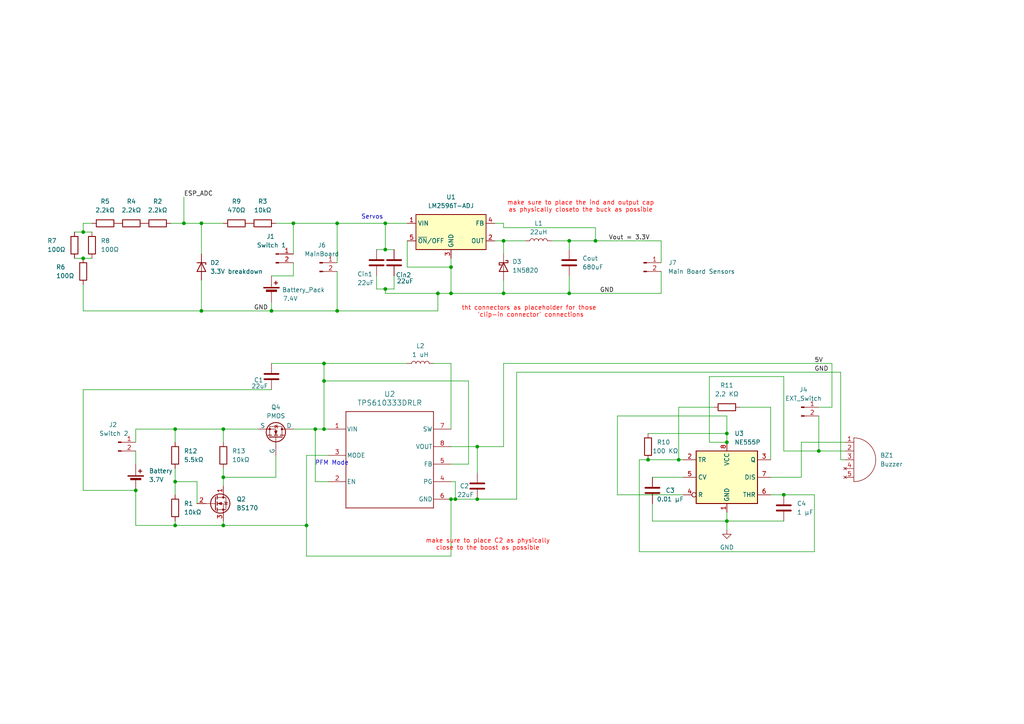
<source format=kicad_sch>
(kicad_sch (version 20231120) (generator "eeschema") (generator_version "8.0")
  (paper "A4")
  (lib_symbols
    (symbol "Connector:Conn_01x02_Pin" (pin_names (offset 1.016) hide)
      (property "Reference" "J" (at 0 2.54 0))
      (property "Value" "Conn_01x02_Pin" (at 0 -5.08 0))
      (symbol "Conn_01x02_Pin_1_1"
        (polyline (pts (xy 1.27 -2.54) (xy 0.8636 -2.54)) (stroke (width 0.1524)))
        (polyline (pts (xy 1.27 0) (xy 0.8636 0)) (stroke (width 0.1524)))
        (rectangle (start 0.8636 -2.413) (end 0 -2.667) (stroke (width 0.1524)) (fill (type outline)))
        (rectangle (start 0.8636 0.127) (end 0 -0.127) (stroke (width 0.1524)) (fill (type outline)))
        (pin passive line (at 5.08 0 180) (length 3.81) (name "Pin_1") (number "1"))
        (pin passive line (at 5.08 -2.54 180) (length 3.81) (name "Pin_2") (number "2"))
      )
    )
    (symbol "Device:Battery_Cell" (pin_numbers hide) (pin_names (offset 0) hide)
      (property "Reference" "BT" (at 2.54 2.54 0))
      (property "Value" "Battery_Cell" (at 2.54 0 0))
      (symbol "Battery_Cell_0_1"
        (rectangle (start -2.286 1.778) (end 2.286 1.524) (fill (type outline)))
        (rectangle (start -1.524 1.016) (end 1.524 0.508) (fill (type outline)))
        (polyline (pts (xy 0 0.762) (xy 0 0)))
        (polyline (pts (xy 0 1.778) (xy 0 2.54)))
        (polyline (pts (xy 0.762 3.048) (xy 1.778 3.048)) (stroke (width 0.254)))
        (polyline (pts (xy 1.27 3.556) (xy 1.27 2.54)) (stroke (width 0.254)))
      )
      (symbol "Battery_Cell_1_1"
        (pin passive line (at 0 5.08 270) (length 2.54) (name "+") (number "1"))
        (pin passive line (at 0 -2.54 90) (length 2.54) (name "-") (number "2"))
      )
    )
    (symbol "Device:Buzzer" (pin_names (offset 0.0254) hide)
      (property "Reference" "BZ1" (at 7.62 -1.27 0))
      (property "Value" "Buzzer" (at 7.62 -3.81 0))
      (symbol "Buzzer_0_1"
        (arc (start 0 -8.89) (mid 6.35 -2.54) (end 0 3.81))
        (polyline (pts (xy 0 3.81) (xy 0 -8.89)))
      )
      (symbol "Buzzer_1_1"
        (pin passive line (at -2.54 2.54 0) (length 2.54) (name "Aux") (number "1"))
        (pin power_in line (at -2.54 0 0) (length 2.54) (name "5V") (number "2"))
        (pin power_in line (at -2.54 -2.54 0) (length 2.54) (name "G") (number "3"))
        (pin no_connect line (at -2.54 -5.08 0) (length 2.54) (name "B") (number "4"))
        (pin no_connect line (at -2.54 -7.62 0) (length 2.54) (name "") (number "5"))
      )
    )
    (symbol "Device:C" (pin_numbers hide) (pin_names (offset 0.254))
      (property "Reference" "C" (at 0.635 2.54 0))
      (property "Value" "C" (at 0.635 -2.54 0))
      (symbol "C_0_1"
        (polyline (pts (xy -2.032 -0.762) (xy 2.032 -0.762)) (stroke (width 0.508)))
        (polyline (pts (xy -2.032 0.762) (xy 2.032 0.762)) (stroke (width 0.508)))
      )
      (symbol "C_1_1"
        (pin passive line (at 0 3.81 270) (length 2.794) (name "~") (number "1"))
        (pin passive line (at 0 -3.81 90) (length 2.794) (name "~") (number "2"))
      )
    )
    (symbol "Device:D_Schottky" (pin_numbers hide) (pin_names (offset 1.016) hide)
      (property "Reference" "D" (at 0 2.54 0))
      (property "Value" "D_Schottky" (at 0 -2.54 0))
      (symbol "D_Schottky_0_1"
        (polyline (pts (xy 1.27 0) (xy -1.27 0)))
        (polyline (pts (xy 1.27 1.27) (xy 1.27 -1.27) (xy -1.27 0) (xy 1.27 1.27)) (stroke (width 0.254)))
        (polyline (pts (xy -1.905 0.635) (xy -1.905 1.27) (xy -1.27 1.27) (xy -1.27 -1.27) (xy -0.635 -1.27) (xy -0.635 -0.635)) (stroke (width 0.254)))
      )
      (symbol "D_Schottky_1_1"
        (pin passive line (at -3.81 0 0) (length 2.54) (name "K") (number "1"))
        (pin passive line (at 3.81 0 180) (length 2.54) (name "A") (number "2"))
      )
    )
    (symbol "Device:L" (pin_numbers hide) (pin_names (offset 1.016) hide)
      (property "Reference" "L" (at -1.27 0 90))
      (property "Value" "L" (at 1.905 0 90))
      (symbol "L_0_1"
        (arc (start 0 -2.54) (mid 0.6323 -1.905) (end 0 -1.27))
        (arc (start 0 -1.27) (mid 0.6323 -0.635) (end 0 0))
        (arc (start 0 0) (mid 0.6323 0.635) (end 0 1.27))
        (arc (start 0 1.27) (mid 0.6323 1.905) (end 0 2.54))
      )
      (symbol "L_1_1"
        (pin passive line (at 0 3.81 270) (length 1.27) (name "1") (number "1"))
        (pin passive line (at 0 -3.81 90) (length 1.27) (name "2") (number "2"))
      )
    )
    (symbol "Device:R" (pin_numbers hide) (pin_names (offset 0))
      (property "Reference" "R" (at 2.032 0 90))
      (property "Value" "R" (at 0 0 90))
      (symbol "R_0_1"
        (rectangle (start -1.016 -2.54) (end 1.016 2.54) (stroke (width 0.254)))
      )
      (symbol "R_1_1"
        (pin passive line (at 0 3.81 270) (length 1.27) (name "~") (number "1"))
        (pin passive line (at 0 -3.81 90) (length 1.27) (name "~") (number "2"))
      )
    )
    (symbol "Diode:1N47xxA" (pin_numbers hide) (pin_names hide)
      (property "Reference" "D" (at 0 2.54 0))
      (property "Value" "1N47xxA" (at 0 -2.54 0))
      (symbol "1N47xxA_0_1"
        (polyline (pts (xy 1.27 0) (xy -1.27 0)))
        (polyline (pts (xy -1.27 -1.27) (xy -1.27 1.27) (xy -0.762 1.27)) (stroke (width 0.254)))
        (polyline (pts (xy 1.27 -1.27) (xy 1.27 1.27) (xy -1.27 0) (xy 1.27 -1.27)) (stroke (width 0.254)))
      )
      (symbol "1N47xxA_1_1"
        (pin passive line (at -3.81 0 0) (length 2.54) (name "K") (number "1"))
        (pin passive line (at 3.81 0 180) (length 2.54) (name "A") (number "2"))
      )
    )
    (symbol "Project_Library:TPS610333DRLR" (pin_names (offset 0.254))
      (property "Reference" "U" (at 0 2.54 0))
      (property "Value" "TPS610333DRLR" (at 0 0 0))
      (symbol "TPS610333DRLR_0_1"
        (polyline (pts (xy 5.08 -22.86) (xy 30.48 -22.86)) (stroke (width 0.2032)))
        (polyline (pts (xy 5.08 5.08) (xy 5.08 -22.86)) (stroke (width 0.2032)))
        (polyline (pts (xy 30.48 -22.86) (xy 30.48 5.08)) (stroke (width 0.2032)))
        (polyline (pts (xy 30.48 5.08) (xy 5.08 5.08)) (stroke (width 0.2032)))
        (pin power_in line (at 0 0 0) (length 5.08) (name "VIN") (number "1"))
        (pin input line (at 0 -15.24 0) (length 5.08) (name "EN") (number "2"))
        (pin input line (at 0 -7.62 0) (length 5.08) (name "MODE") (number "3"))
        (pin open_collector line (at 35.56 -15.24 180) (length 5.08) (name "PG") (number "4"))
        (pin unspecified line (at 35.56 -10.16 180) (length 5.08) (name "FB") (number "5"))
        (pin power_in line (at 35.56 -20.32 180) (length 5.08) (name "GND") (number "6"))
        (pin power_in line (at 35.56 0 180) (length 5.08) (name "SW") (number "7"))
        (pin power_in line (at 35.56 -5.08 180) (length 5.08) (name "VOUT") (number "8"))
      )
    )
    (symbol "Regulator_Switching:LM2596T-ADJ"
      (property "Reference" "U" (at -10.16 6.35 0))
      (property "Value" "LM2596T-ADJ" (at 0 6.35 0))
      (symbol "LM2596T-ADJ_0_1"
        (rectangle (start -10.16 5.08) (end 10.16 -5.08) (stroke (width 0.254)) (fill (type background)))
      )
      (symbol "LM2596T-ADJ_1_1"
        (pin power_in line (at -12.7 2.54 0) (length 2.54) (name "VIN") (number "1"))
        (pin output line (at 12.7 -2.54 180) (length 2.54) (name "OUT") (number "2"))
        (pin power_in line (at 0 -7.62 90) (length 2.54) (name "GND") (number "3"))
        (pin input line (at 12.7 2.54 180) (length 2.54) (name "FB") (number "4"))
        (pin input line (at -12.7 -2.54 0) (length 2.54) (name "~{ON}/OFF") (number "5"))
      )
    )
    (symbol "Simulation_SPICE:NMOS" (pin_numbers hide) (pin_names (offset 0))
      (property "Reference" "Q" (at 5.08 1.27 0))
      (property "Value" "NMOS" (at 5.08 -1.27 0))
      (symbol "NMOS_0_1"
        (polyline (pts (xy 0.254 0) (xy -2.54 0)))
        (polyline (pts (xy 0.254 1.905) (xy 0.254 -1.905)) (stroke (width 0.254)))
        (polyline (pts (xy 0.762 -1.27) (xy 0.762 -2.286)) (stroke (width 0.254)))
        (polyline (pts (xy 0.762 0.508) (xy 0.762 -0.508)) (stroke (width 0.254)))
        (polyline (pts (xy 0.762 2.286) (xy 0.762 1.27)) (stroke (width 0.254)))
        (polyline (pts (xy 2.54 2.54) (xy 2.54 1.778)))
        (polyline (pts (xy 2.54 -2.54) (xy 2.54 0) (xy 0.762 0)))
        (polyline (pts (xy 0.762 -1.778) (xy 3.302 -1.778) (xy 3.302 1.778) (xy 0.762 1.778)))
        (polyline (pts (xy 1.016 0) (xy 2.032 0.381) (xy 2.032 -0.381) (xy 1.016 0)) (fill (type outline)))
        (polyline (pts (xy 2.794 0.508) (xy 2.921 0.381) (xy 3.683 0.381) (xy 3.81 0.254)))
        (polyline (pts (xy 3.302 0.381) (xy 2.921 -0.254) (xy 3.683 -0.254) (xy 3.302 0.381)))
        (circle (center 1.651 0) (radius 2.794) (stroke (width 0.254)))
        (circle (center 2.54 -1.778) (radius 0.254) (fill (type outline)))
        (circle (center 2.54 1.778) (radius 0.254) (fill (type outline)))
      )
      (symbol "NMOS_1_1"
        (pin passive line (at 2.54 5.08 270) (length 2.54) (name "D") (number "1"))
        (pin input line (at -5.08 0 0) (length 2.54) (name "G") (number "2"))
        (pin passive line (at 2.54 -5.08 90) (length 2.54) (name "S") (number "3"))
      )
    )
    (symbol "Timer:NE555P"
      (property "Reference" "U" (at -10.16 8.89 0))
      (property "Value" "NE555P" (at 2.54 8.89 0))
      (symbol "NE555P_0_0"
        (pin power_in line (at 0 -10.16 90) (length 2.54) (name "GND") (number "1"))
        (pin power_in line (at 0 10.16 270) (length 2.54) (name "VCC") (number "8"))
      )
      (symbol "NE555P_0_1"
        (rectangle (start -8.89 -7.62) (end 8.89 7.62) (stroke (width 0.254)) (fill (type background)))
        (rectangle (start -8.89 -7.62) (end 8.89 7.62) (stroke (width 0.254)) (fill (type background)))
      )
      (symbol "NE555P_1_1"
        (pin input line (at -12.7 5.08 0) (length 3.81) (name "TR") (number "2"))
        (pin output line (at 12.7 5.08 180) (length 3.81) (name "Q") (number "3"))
        (pin input inverted (at -12.7 -5.08 0) (length 3.81) (name "R") (number "4"))
        (pin input line (at -12.7 0 0) (length 3.81) (name "CV") (number "5"))
        (pin input line (at 12.7 -5.08 180) (length 3.81) (name "THR") (number "6"))
        (pin input line (at 12.7 0 180) (length 3.81) (name "DIS") (number "7"))
      )
    )
    (symbol "Transistor_FET:BS170" (pin_names hide)
      (property "Reference" "Q" (at 5.08 1.905 0))
      (property "Value" "BS170" (at 5.08 0 0))
      (symbol "BS170_0_1"
        (polyline (pts (xy 0.254 0) (xy -2.54 0)))
        (polyline (pts (xy 0.254 1.905) (xy 0.254 -1.905)) (stroke (width 0.254)))
        (polyline (pts (xy 0.762 -1.27) (xy 0.762 -2.286)) (stroke (width 0.254)))
        (polyline (pts (xy 0.762 0.508) (xy 0.762 -0.508)) (stroke (width 0.254)))
        (polyline (pts (xy 0.762 2.286) (xy 0.762 1.27)) (stroke (width 0.254)))
        (polyline (pts (xy 2.54 2.54) (xy 2.54 1.778)))
        (polyline (pts (xy 2.54 -2.54) (xy 2.54 0) (xy 0.762 0)))
        (polyline (pts (xy 0.762 -1.778) (xy 3.302 -1.778) (xy 3.302 1.778) (xy 0.762 1.778)))
        (polyline (pts (xy 1.016 0) (xy 2.032 0.381) (xy 2.032 -0.381) (xy 1.016 0)) (fill (type outline)))
        (polyline (pts (xy 2.794 0.508) (xy 2.921 0.381) (xy 3.683 0.381) (xy 3.81 0.254)))
        (polyline (pts (xy 3.302 0.381) (xy 2.921 -0.254) (xy 3.683 -0.254) (xy 3.302 0.381)))
        (circle (center 1.651 0) (radius 2.794) (stroke (width 0.254)))
        (circle (center 2.54 -1.778) (radius 0.254) (fill (type outline)))
        (circle (center 2.54 1.778) (radius 0.254) (fill (type outline)))
      )
      (symbol "BS170_1_1"
        (pin passive line (at 2.54 5.08 270) (length 2.54) (name "D") (number "1"))
        (pin input line (at -5.08 0 0) (length 2.54) (name "G") (number "2"))
        (pin passive line (at 2.54 -5.08 90) (length 2.54) (name "S") (number "3"))
      )
    )
    (symbol "power:GND" (power) (pin_names (offset 0))
      (property "Value" "GND" (at 0 -3.81 0))
      (symbol "GND_0_1"
        (polyline (pts (xy 0 0) (xy 0 -1.27) (xy 1.27 -1.27) (xy 0 -2.54) (xy -1.27 -1.27) (xy 0 -1.27)))
      )
      (symbol "GND_1_1"
        (pin power_in line (at 0 0 270) (length 0) hide (name "GND") (number "1"))
      )
    )
  )
  (junction (at 93.98 110.49))
  (junction (at 97.79 64.77))
  (junction (at 50.8 152.4))
  (junction (at 64.77 152.4))
  (junction (at 210.82 151.13))
  (junction (at 85.09 64.77))
  (junction (at 78.74 90.17))
  (junction (at 210.82 125.73))
  (junction (at 93.98 105.41))
  (junction (at 111.76 83.82))
  (junction (at 58.42 90.17))
  (junction (at 97.79 90.17))
  (junction (at 64.77 124.46))
  (junction (at 88.9 152.4))
  (junction (at 24.13 67.31))
  (junction (at 24.13 74.93))
  (junction (at 53.34 64.77))
  (junction (at 50.8 139.7))
  (junction (at 39.37 142.24))
  (junction (at 227.33 143.51))
  (junction (at 91.44 124.46))
  (junction (at 111.76 72.39))
  (junction (at 138.43 144.78))
  (junction (at 130.81 85.09))
  (junction (at 138.43 129.54))
  (junction (at 172.72 69.85))
  (junction (at 130.81 144.78))
  (junction (at 127 85.09))
  (junction (at 187.96 133.35))
  (junction (at 210.82 128.27))
  (junction (at 237.49 130.81))
  (junction (at 146.05 85.09))
  (junction (at 165.1 85.09))
  (junction (at 111.76 64.77))
  (junction (at 132.08 144.78))
  (junction (at 58.42 64.77))
  (junction (at 196.85 133.35))
  (junction (at 165.1 69.85))
  (junction (at 50.8 124.46))
  (junction (at 64.77 138.43))
  (junction (at 130.81 77.47))
  (junction (at 146.05 69.85))
  (junction (at 93.98 124.46))
  (wire (pts (xy 50.8 124.46) (xy 64.77 124.46)))
  (wire (pts (xy 80.01 138.43) (xy 64.77 138.43)))
  (wire (pts (xy 205.74 128.27) (xy 205.74 109.22)))
  (wire (pts (xy 114.3 80.01) (xy 114.3 83.82)))
  (wire (pts (xy 210.82 120.65) (xy 179.07 120.65)))
  (wire (pts (xy 64.77 151.13) (xy 64.77 152.4)))
  (wire (pts (xy 198.12 138.43) (xy 189.23 138.43)))
  (wire (pts (xy 146.05 66.04) (xy 172.72 66.04)))
  (wire (pts (xy 241.3 118.11) (xy 241.3 105.41)))
  (wire (pts (xy 245.11 128.27) (xy 232.41 128.27)))
  (wire (pts (xy 187.96 133.35) (xy 196.85 133.35)))
  (wire (pts (xy 109.22 72.39) (xy 111.76 72.39)))
  (wire (pts (xy 39.37 152.4) (xy 50.8 152.4)))
  (wire (pts (xy 111.76 83.82) (xy 114.3 83.82)))
  (wire (pts (xy 210.82 125.73) (xy 210.82 128.27)))
  (wire (pts (xy 210.82 151.13) (xy 210.82 153.67)))
  (wire (pts (xy 196.85 133.35) (xy 196.85 118.11)))
  (wire (pts (xy 210.82 125.73) (xy 210.82 120.65)))
  (wire (pts (xy 125.73 105.41) (xy 130.81 105.41)))
  (wire (pts (xy 146.05 129.54) (xy 146.05 105.41)))
  (wire (pts (xy 152.4 69.85) (xy 146.05 69.85)))
  (wire (pts (xy 243.84 133.35) (xy 245.11 133.35)))
  (wire (pts (xy 97.79 90.17) (xy 97.79 78.74)))
  (wire (pts (xy 53.34 57.15) (xy 53.34 64.77)))
  (wire (pts (xy 93.98 110.49) (xy 135.89 110.49)))
  (wire (pts (xy 24.13 74.93) (xy 26.67 74.93)))
  (wire (pts (xy 196.85 133.35) (xy 198.12 133.35)))
  (wire (pts (xy 78.74 87.63) (xy 78.74 90.17)))
  (wire (pts (xy 24.13 67.31) (xy 26.67 67.31)))
  (wire (pts (xy 88.9 161.29) (xy 130.81 161.29)))
  (wire (pts (xy 85.09 64.77) (xy 97.79 64.77)))
  (wire (pts (xy 97.79 90.17) (xy 127 90.17)))
  (wire (pts (xy 49.53 64.77) (xy 53.34 64.77)))
  (wire (pts (xy 187.96 125.73) (xy 210.82 125.73)))
  (wire (pts (xy 214.63 118.11) (xy 223.52 118.11)))
  (wire (pts (xy 58.42 90.17) (xy 78.74 90.17)))
  (wire (pts (xy 191.77 78.74) (xy 191.77 85.09)))
  (wire (pts (xy 21.59 67.31) (xy 24.13 67.31)))
  (wire (pts (xy 236.22 143.51) (xy 227.33 143.51)))
  (wire (pts (xy 24.13 142.24) (xy 39.37 142.24)))
  (wire (pts (xy 172.72 69.85) (xy 191.77 69.85)))
  (wire (pts (xy 196.85 118.11) (xy 207.01 118.11)))
  (wire (pts (xy 165.1 69.85) (xy 165.1 72.39)))
  (wire (pts (xy 146.05 129.54) (xy 138.43 129.54)))
  (wire (pts (xy 97.79 64.77) (xy 97.79 76.2)))
  (wire (pts (xy 93.98 124.46) (xy 95.25 124.46)))
  (wire (pts (xy 130.81 139.7) (xy 132.08 139.7)))
  (wire (pts (xy 146.05 85.09) (xy 165.1 85.09)))
  (wire (pts (xy 165.1 69.85) (xy 172.72 69.85)))
  (wire (pts (xy 179.07 120.65) (xy 179.07 143.51)))
  (wire (pts (xy 130.81 124.46) (xy 130.81 105.41)))
  (wire (pts (xy 111.76 64.77) (xy 111.76 72.39)))
  (wire (pts (xy 130.81 134.62) (xy 135.89 134.62)))
  (wire (pts (xy 232.41 138.43) (xy 223.52 138.43)))
  (wire (pts (xy 135.89 134.62) (xy 135.89 110.49)))
  (wire (pts (xy 80.01 132.08) (xy 80.01 138.43)))
  (wire (pts (xy 78.74 90.17) (xy 97.79 90.17)))
  (wire (pts (xy 210.82 148.59) (xy 210.82 151.13)))
  (wire (pts (xy 130.81 77.47) (xy 130.81 85.09)))
  (wire (pts (xy 118.11 69.85) (xy 118.11 77.47)))
  (wire (pts (xy 95.25 132.08) (xy 88.9 132.08)))
  (wire (pts (xy 210.82 151.13) (xy 227.33 151.13)))
  (wire (pts (xy 58.42 81.28) (xy 58.42 90.17)))
  (wire (pts (xy 50.8 124.46) (xy 50.8 128.27)))
  (wire (pts (xy 109.22 80.01) (xy 109.22 83.82)))
  (wire (pts (xy 111.76 83.82) (xy 111.76 85.09)))
  (wire (pts (xy 191.77 69.85) (xy 191.77 76.2)))
  (wire (pts (xy 64.77 152.4) (xy 88.9 152.4)))
  (wire (pts (xy 39.37 124.46) (xy 39.37 128.27)))
  (wire (pts (xy 64.77 138.43) (xy 64.77 140.97)))
  (wire (pts (xy 241.3 118.11) (xy 237.49 118.11)))
  (wire (pts (xy 58.42 64.77) (xy 58.42 73.66)))
  (wire (pts (xy 146.05 85.09) (xy 130.81 85.09)))
  (wire (pts (xy 24.13 90.17) (xy 58.42 90.17)))
  (wire (pts (xy 146.05 64.77) (xy 143.51 64.77)))
  (wire (pts (xy 172.72 66.04) (xy 172.72 69.85)))
  (wire (pts (xy 127 85.09) (xy 130.81 85.09)))
  (wire (pts (xy 50.8 135.89) (xy 50.8 139.7)))
  (wire (pts (xy 109.22 83.82) (xy 111.76 83.82)))
  (wire (pts (xy 130.81 144.78) (xy 132.08 144.78)))
  (wire (pts (xy 50.8 152.4) (xy 64.77 152.4)))
  (wire (pts (xy 85.09 73.66) (xy 85.09 64.77)))
  (wire (pts (xy 127 85.09) (xy 127 90.17)))
  (wire (pts (xy 138.43 129.54) (xy 138.43 137.16)))
  (wire (pts (xy 243.84 107.95) (xy 243.84 133.35)))
  (wire (pts (xy 189.23 151.13) (xy 210.82 151.13)))
  (wire (pts (xy 50.8 139.7) (xy 50.8 143.51)))
  (wire (pts (xy 236.22 160.02) (xy 236.22 143.51)))
  (wire (pts (xy 91.44 139.7) (xy 95.25 139.7)))
  (wire (pts (xy 111.76 85.09) (xy 127 85.09)))
  (wire (pts (xy 64.77 135.89) (xy 64.77 138.43)))
  (wire (pts (xy 91.44 124.46) (xy 93.98 124.46)))
  (wire (pts (xy 93.98 110.49) (xy 93.98 124.46)))
  (wire (pts (xy 146.05 69.85) (xy 146.05 73.66)))
  (wire (pts (xy 21.59 74.93) (xy 24.13 74.93)))
  (wire (pts (xy 85.09 80.01) (xy 85.09 76.2)))
  (wire (pts (xy 237.49 120.65) (xy 237.49 130.81)))
  (wire (pts (xy 132.08 139.7) (xy 132.08 144.78)))
  (wire (pts (xy 205.74 109.22) (xy 227.33 109.22)))
  (wire (pts (xy 237.49 130.81) (xy 245.11 130.81)))
  (wire (pts (xy 146.05 105.41) (xy 241.3 105.41)))
  (wire (pts (xy 26.67 64.77) (xy 24.13 64.77)))
  (wire (pts (xy 39.37 142.24) (xy 39.37 152.4)))
  (wire (pts (xy 97.79 64.77) (xy 111.76 64.77)))
  (wire (pts (xy 149.86 107.95) (xy 149.86 144.78)))
  (wire (pts (xy 24.13 113.03) (xy 78.74 113.03)))
  (wire (pts (xy 210.82 128.27) (xy 205.74 128.27)))
  (wire (pts (xy 85.09 124.46) (xy 91.44 124.46)))
  (wire (pts (xy 130.81 74.93) (xy 130.81 77.47)))
  (wire (pts (xy 39.37 124.46) (xy 50.8 124.46)))
  (wire (pts (xy 39.37 130.81) (xy 39.37 134.62)))
  (wire (pts (xy 187.96 133.35) (xy 185.42 133.35)))
  (wire (pts (xy 24.13 113.03) (xy 24.13 142.24)))
  (wire (pts (xy 165.1 85.09) (xy 191.77 85.09)))
  (wire (pts (xy 223.52 143.51) (xy 227.33 143.51)))
  (wire (pts (xy 24.13 82.55) (xy 24.13 90.17)))
  (wire (pts (xy 91.44 124.46) (xy 91.44 139.7)))
  (wire (pts (xy 111.76 64.77) (xy 118.11 64.77)))
  (wire (pts (xy 24.13 64.77) (xy 24.13 67.31)))
  (wire (pts (xy 146.05 66.04) (xy 146.05 64.77)))
  (wire (pts (xy 50.8 139.7) (xy 57.15 139.7)))
  (wire (pts (xy 78.74 80.01) (xy 85.09 80.01)))
  (wire (pts (xy 227.33 109.22) (xy 227.33 130.81)))
  (wire (pts (xy 165.1 80.01) (xy 165.1 85.09)))
  (wire (pts (xy 160.02 69.85) (xy 165.1 69.85)))
  (wire (pts (xy 143.51 69.85) (xy 146.05 69.85)))
  (wire (pts (xy 132.08 144.78) (xy 138.43 144.78)))
  (wire (pts (xy 185.42 133.35) (xy 185.42 160.02)))
  (wire (pts (xy 189.23 146.05) (xy 189.23 151.13)))
  (wire (pts (xy 64.77 128.27) (xy 64.77 124.46)))
  (wire (pts (xy 50.8 152.4) (xy 50.8 151.13)))
  (wire (pts (xy 149.86 144.78) (xy 138.43 144.78)))
  (wire (pts (xy 185.42 160.02) (xy 236.22 160.02)))
  (wire (pts (xy 146.05 81.28) (xy 146.05 85.09)))
  (wire (pts (xy 85.09 64.77) (xy 80.01 64.77)))
  (wire (pts (xy 179.07 143.51) (xy 198.12 143.51)))
  (wire (pts (xy 149.86 107.95) (xy 243.84 107.95)))
  (wire (pts (xy 118.11 77.47) (xy 130.81 77.47)))
  (wire (pts (xy 130.81 129.54) (xy 138.43 129.54)))
  (wire (pts (xy 232.41 128.27) (xy 232.41 138.43)))
  (wire (pts (xy 93.98 105.41) (xy 118.11 105.41)))
  (wire (pts (xy 130.81 161.29) (xy 130.81 144.78)))
  (wire (pts (xy 111.76 72.39) (xy 114.3 72.39)))
  (wire (pts (xy 88.9 132.08) (xy 88.9 152.4)))
  (wire (pts (xy 223.52 118.11) (xy 223.52 133.35)))
  (wire (pts (xy 78.74 105.41) (xy 93.98 105.41)))
  (wire (pts (xy 88.9 152.4) (xy 88.9 161.29)))
  (wire (pts (xy 53.34 64.77) (xy 58.42 64.77)))
  (wire (pts (xy 93.98 105.41) (xy 93.98 110.49)))
  (wire (pts (xy 57.15 139.7) (xy 57.15 146.05)))
  (wire (pts (xy 58.42 64.77) (xy 64.77 64.77)))
  (wire (pts (xy 64.77 124.46) (xy 74.93 124.46)))
  (wire (pts (xy 227.33 130.81) (xy 237.49 130.81)))
  (text "make sure to place the ind and output cap\nas physically closeto the buck as possible" (at 168.402 59.944 0) (effects (font (size 1.27 1.27))))
  (text "Servos" (at 107.95 62.992 0) (effects (font (size 1.27 1.27))))
  (text "PFM Mode" (at 96.266 134.366 0) (effects (font (size 1.27 1.27))))
  (text "tht connectors as placeholder for those \n'clip-in connector' connections" (at 153.924 90.424 0) (effects (font (size 1.27 1.27))))
  (text "make sure to place C2 as physically\nclose to the boost as possible" (at 141.478 157.988 0) (effects (font (size 1.27 1.27))))
  (label "5V" (at 236.22 105.41 0))
  (label "GND" (at 73.66 90.17 0))
  (label "ESP_ADC" (at 53.34 57.15 0))
  (label "Vout = 3.3V" (at 176.53 69.85 0))
  (label "GND" (at 173.99 85.09 0))
  (label "GND" (at 236.22 107.95 0))
  (symbol (lib_id "Device:C") (at 109.22 76.2 0) (unit 1)
    (property "Reference" "Cin1" (at 103.632 79.502 0) (effects (justify left)))
    (property "Value" "22uF" (at 103.632 82.042 0) (effects (justify left)))
    (property "Datasheet" "https://mm.digikey.com/Volume0/opasdata/d220001/medias/docus/339/CL21A226MAYNNNE_Spec.pdf" (effects (hide yes)))
    (property "Description" "Unpolarized capacitor" (effects (hide yes)))
  )
  (symbol (lib_id "Device:C") (at 78.74 109.22 0) (unit 1)
    (property "Reference" "C1" (at 73.66 110.236 0) (effects (justify left)))
    (property "Value" "22uF" (at 72.898 112.014 0) (effects (justify left)))
    (property "Datasheet" "https://mm.digikey.com/Volume0/opasdata/d220001/medias/docus/339/CL21A226MAYNNNE_Spec.pdf" (effects (hide yes)))
    (property "Description" "Unpolarized capacitor" (effects (hide yes)))
  )
  (symbol (lib_id "Device:L") (at 121.92 105.41 90) (unit 1)
    (property "Reference" "L2" (at 121.92 100.33 90))
    (property "Value" "1 uH" (at 121.92 102.87 90))
    (property "Datasheet" "https://www.we-online.com/components/products/datasheet/74404043010A.pdf" (effects (hide yes)))
    (property "Description" "Inductor (74404043010A)" (effects (hide yes)))
  )
  (symbol (lib_id "Connector:Conn_01x02_Pin") (at 232.41 118.11 0) (unit 1)
    (property "Reference" "J4" (at 233.045 113.03 0))
    (property "Value" "EXT_Switch" (at 233.045 115.57 0))
    (property "Footprint" "mylibrary:External_Connection_2pin" (effects (hide yes)))
    (property "Description" "Generic connector, single row, 01x02, script generated" (effects (hide yes)))
  )
  (symbol (lib_id "Transistor_FET:BS170") (at 62.23 146.05 0) (unit 1)
    (property "Reference" "Q2" (at 68.58 144.7799 0) (effects (justify left)))
    (property "Value" "BS170" (at 68.58 147.3199 0) (effects (justify left)))
    (property "Footprint" "Package_TO_SOT_THT:TO-92_Inline" (effects (hide yes)))
    (property "Datasheet" "https://www.onsemi.com/pub/Collateral/BS170-D.PDF" (effects (hide yes)))
    (property "Description" "0.5A Id, 60V Vds, N-Channel MOSFET, TO-92" (effects (hide yes)))
  )
  (symbol (lib_id "Device:Battery_Cell") (at 78.74 85.09 0) (unit 1)
    (property "Reference" "Battery_Pack" (at 81.788 84.074 0) (effects (justify left)))
    (property "Value" "7.4V" (at 82.042 86.614 0) (effects (justify left)))
    (property "Description" "Single-cell battery" (effects (hide yes)))
  )
  (symbol (lib_id "Device:D_Schottky") (at 146.05 77.47 270) (unit 1)
    (property "Reference" "D3" (at 148.59 75.8824 90) (effects (justify left)))
    (property "Value" "1N5820" (at 148.59 78.4224 90) (effects (justify left)))
    (property "Datasheet" "https://www.vishay.com/docs/85816/1n4728a.pdf" (effects (hide yes)))
    (property "Description" "Schottky diode" (effects (hide yes)))
  )
  (symbol (lib_id "Device:R") (at 38.1 64.77 90) (unit 1)
    (property "Reference" "R4" (at 38.1 58.42 90))
    (property "Value" "2.2kΩ" (at 38.1 60.96 90))
    (property "Description" "Resistor" (effects (hide yes)))
  )
  (symbol (lib_id "Device:C") (at 189.23 142.24 0) (unit 1)
    (property "Reference" "C3" (at 193.04 142.24 0) (effects (justify left)))
    (property "Value" "0.01 μF" (at 190.5 144.78 0) (effects (justify left)))
    (property "Footprint" "Capacitor_THT:CP_Axial_L11.0mm_D5.0mm_P18.00mm_Horizontal" (effects (hide yes)))
  )
  (symbol (lib_id "Device:R") (at 21.59 71.12 0) (unit 1)
    (property "Reference" "R7" (at 13.716 69.85 0) (effects (justify left)))
    (property "Value" "100Ω" (at 13.716 72.39 0) (effects (justify left)))
    (property "Description" "Resistor" (effects (hide yes)))
  )
  (symbol (lib_id "Device:R") (at 50.8 132.08 0) (unit 1)
    (property "Reference" "R12" (at 53.34 130.8099 0) (effects (justify left)))
    (property "Value" "5.5kΩ" (at 53.34 133.3499 0) (effects (justify left)))
    (property "Description" "Resistor" (effects (hide yes)))
  )
  (symbol (lib_id "Device:Battery_Cell") (at 39.37 139.7 0) (unit 1)
    (property "Reference" "Battery" (at 43.18 136.5884 0) (effects (justify left)))
    (property "Value" "3.7V" (at 43.18 139.1284 0) (effects (justify left)))
    (property "Description" "Single-cell battery" (effects (hide yes)))
  )
  (symbol (lib_id "Device:R") (at 50.8 147.32 0) (unit 1)
    (property "Reference" "R1" (at 53.34 146.0499 0) (effects (justify left)))
    (property "Value" "10kΩ" (at 53.34 148.5899 0) (effects (justify left)))
    (property "Description" "Resistor" (effects (hide yes)))
  )
  (symbol (lib_id "Connector:Conn_01x02_Pin") (at 92.71 76.2 0) (unit 1)
    (property "Reference" "J6" (at 93.345 71.12 0))
    (property "Value" "MainBoard" (at 93.345 73.66 0))
    (property "Description" "Generic connector, single row, 01x02, script generated" (effects (hide yes)))
  )
  (symbol (lib_id "Device:C") (at 165.1 76.2 0) (unit 1)
    (property "Reference" "Cout" (at 168.91 74.9299 0) (effects (justify left)))
    (property "Value" "680uF" (at 168.91 77.4699 0) (effects (justify left)))
    (property "Datasheet" "https://www.rubycon.co.jp/wp-content/uploads/catalog-aluminum/ZLH.pdf" (effects (hide yes)))
    (property "Description" "capacitor (10ZLH680MEFC8X11.5)" (effects (hide yes)))
  )
  (symbol (lib_id "Device:R") (at 187.96 129.54 0) (unit 1)
    (property "Reference" "R10" (at 190.5 128.27 0) (effects (justify left)))
    (property "Value" "100 KΩ" (at 189.23 130.81 0) (effects (justify left)))
    (property "Footprint" "Resistor_THT:R_Axial_DIN0207_L6.3mm_D2.5mm_P10.16mm_Horizontal" (effects (hide yes)))
  )
  (symbol (lib_id "Device:Buzzer") (at 247.65 130.81 0) (unit 1)
    (property "Reference" "BZ1" (at 255.27 132.08 0) (effects (justify left)))
    (property "Value" "Buzzer" (at 255.27 134.62 0) (effects (justify left)))
    (property "Footprint" "mylibrary:Buzzer_Connection" (effects (hide yes)))
    (property "Description" "Buzzer, polarized" (effects (hide yes)))
  )
  (symbol (lib_id "Device:C") (at 138.43 140.97 0) (unit 1)
    (property "Reference" "C2" (at 133.35 140.97 0) (effects (justify left)))
    (property "Value" "22uF" (at 132.588 143.51 0) (effects (justify left)))
    (property "Datasheet" "https://mm.digikey.com/Volume0/opasdata/d220001/medias/docus/339/CL21A226MAYNNNE_Spec.pdf" (effects (hide yes)))
    (property "Description" "Unpolarized capacitor" (effects (hide yes)))
  )
  (symbol (lib_id "Diode:1N47xxA") (at 58.42 77.47 270) (unit 1)
    (property "Reference" "D2" (at 60.96 76.1999 90) (effects (justify left)))
    (property "Value" "3.3V breakdown" (at 60.96 78.7399 90) (effects (justify left)))
    (property "Footprint" "Diode_THT:D_DO-41_SOD81_P10.16mm_Horizontal" (effects (hide yes)))
    (property "Datasheet" "https://assets.nexperia.com/documents/data-sheet/BZX384-Q_SER.pdf" (effects (hide yes)))
    (property "Description" "BZX384-A3V3-QX" (effects (hide yes)))
  )
  (symbol (lib_id "Device:R") (at 64.77 132.08 0) (unit 1)
    (property "Reference" "R13" (at 67.31 130.8099 0) (effects (justify left)))
    (property "Value" "10kΩ" (at 67.31 133.3499 0) (effects (justify left)))
    (property "Description" "Resistor" (effects (hide yes)))
  )
  (symbol (lib_id "Connector:Conn_01x02_Pin") (at 186.69 76.2 0) (unit 1)
    (property "Reference" "J7" (at 195.072 76.2 0))
    (property "Value" "Main Board Sensors" (at 203.454 78.74 0))
    (property "Description" "Generic connector, single row, 01x02, script generated" (effects (hide yes)))
  )
  (symbol (lib_id "Device:R") (at 24.13 78.74 0) (unit 1)
    (property "Reference" "R6" (at 16.256 77.47 0) (effects (justify left)))
    (property "Value" "100Ω" (at 16.256 80.01 0) (effects (justify left)))
    (property "Description" "Resistor" (effects (hide yes)))
  )
  (symbol (lib_id "Device:R") (at 30.48 64.77 90) (unit 1)
    (property "Reference" "R5" (at 30.48 58.42 90))
    (property "Value" "2.2kΩ" (at 30.48 60.96 90))
    (property "Description" "Resistor" (effects (hide yes)))
  )
  (symbol (lib_id "Device:R") (at 210.82 118.11 90) (unit 1)
    (property "Reference" "R11" (at 210.82 111.76 90))
    (property "Value" "2.2 KΩ" (at 210.82 114.3 90))
    (property "Footprint" "Resistor_THT:R_Axial_DIN0207_L6.3mm_D2.5mm_P10.16mm_Horizontal" (effects (hide yes)))
  )
  (symbol (lib_id "Regulator_Switching:LM2596T-ADJ") (at 130.81 67.31 0) (unit 1)
    (property "Reference" "U1" (at 130.81 57.15 0))
    (property "Value" "LM2596T-ADJ" (at 130.81 59.69 0))
    (property "Footprint" "Package_TO_SOT_THT:TO-220-5_P3.4x3.7mm_StaggerOdd_Lead3.8mm_Vertical" (effects (hide yes)))
    (property "Datasheet" "http://www.ti.com/lit/ds/symlink/lm2596.pdf" (effects (hide yes)))
    (property "Description" "Adjustable 3A 150kHz Step-Down Voltage Regulator, TO-220" (effects (hide yes)))
  )
  (symbol (lib_id "power:GND") (at 210.82 153.67 0) (unit 1)
    (property "Reference" "#PWR01" (effects (hide yes)))
    (property "Value" "GND" (at 210.82 158.75 0))
  )
  (symbol (lib_id "Device:R") (at 68.58 64.77 90) (unit 1)
    (property "Reference" "R9" (at 68.58 58.42 90))
    (property "Value" "470Ω" (at 68.58 60.96 90))
    (property "Description" "Resistor" (effects (hide yes)))
  )
  (symbol (lib_id "Device:R") (at 76.2 64.77 90) (unit 1)
    (property "Reference" "R3" (at 76.2 58.42 90))
    (property "Value" "10kΩ" (at 76.2 60.96 90))
    (property "Description" "Resistor" (effects (hide yes)))
  )
  (symbol (lib_id "Device:C") (at 114.3 76.2 0) (unit 1)
    (property "Reference" "Cin2" (at 114.808 79.756 0) (effects (justify left)))
    (property "Value" "22uF" (at 115.062 81.534 0) (effects (justify left)))
    (property "Datasheet" "https://mm.digikey.com/Volume0/opasdata/d220001/medias/docus/339/CL21A226MAYNNNE_Spec.pdf" (effects (hide yes)))
    (property "Description" "Unpolarized capacitor" (effects (hide yes)))
  )
  (symbol (lib_id "Simulation_SPICE:NMOS") (at 80.01 127 270) (mirror x) (unit 1)
    (property "Reference" "Q4" (at 80.01 118.11 90))
    (property "Value" "PMOS" (at 80.01 120.65 90))
    (property "Datasheet" "https://ngspice.sourceforge.io/docs/ngspice-html-manual/manual.xhtml#cha_MOSFETs" (effects (hide yes)))
    (property "Description" "N-MOSFET transistor, drain/source/gate" (effects (hide yes)))
    (property "Sim.Device" "NMOS" (effects (hide yes)))
    (property "Sim.Type" "VDMOS" (effects (hide yes)))
    (property "Sim.Pins" "1=D 2=G 3=S" (effects (hide yes)))
  )
  (symbol (lib_id "Device:C") (at 227.33 147.32 0) (unit 1)
    (property "Reference" "C4" (at 231.14 146.05 0) (effects (justify left)))
    (property "Value" "1 μF" (at 231.14 148.59 0) (effects (justify left)))
    (property "Footprint" "Capacitor_THT:CP_Axial_L10.0mm_D6.0mm_P15.00mm_Horizontal" (effects (hide yes)))
  )
  (symbol (lib_id "Device:L") (at 156.21 69.85 90) (unit 1)
    (property "Reference" "L1" (at 156.21 64.77 90))
    (property "Value" "22uH" (at 156.21 67.31 90))
    (property "Datasheet" "https://abracon.com/Magnetics/power/ASPI-4030S.pdf" (effects (hide yes)))
    (property "Description" "Inductor (ASPI-4030S-220M-T)" (effects (hide yes)))
  )
  (symbol (lib_id "Timer:NE555P") (at 210.82 138.43 0) (unit 1)
    (property "Reference" "U3" (at 213.0141 125.73 0) (effects (justify left)))
    (property "Value" "NE555P" (at 213.0141 128.27 0) (effects (justify left)))
    (property "Footprint" "Package_DIP:DIP-8_W7.62mm" (effects (hide yes)))
    (property "Datasheet" "http://www.ti.com/lit/ds/symlink/ne555.pdf" (effects (hide yes)))
  )
  (symbol (lib_id "Device:R") (at 26.67 71.12 0) (unit 1)
    (property "Reference" "R8" (at 29.21 69.8499 0) (effects (justify left)))
    (property "Value" "100Ω" (at 29.21 72.3899 0) (effects (justify left)))
    (property "Description" "Resistor" (effects (hide yes)))
  )
  (symbol (lib_id "Connector:Conn_01x02_Pin") (at 80.01 73.66 0) (unit 1)
    (property "Reference" "J1" (at 78.486 68.58 0))
    (property "Value" "Switch 1" (at 78.74 71.12 0))
    (property "Description" "Generic connector, single row, 01x02, script generated" (effects (hide yes)))
  )
  (symbol (lib_id "Project_Library:TPS610333DRLR") (at 95.25 124.46 0) (unit 1)
    (property "Reference" "U2" (at 113.03 114.3 0) (effects (font (size 1.524 1.524))))
    (property "Value" "TPS610333DRLR" (at 113.03 116.84 0) (effects (font (size 1.524 1.524))))
    (property "Footprint" "mylibrary:TPS610333" (effects (hide yes)))
    (property "Datasheet" "TPS610333DRLR" (effects (hide yes)))
  )
  (symbol (lib_id "Device:R") (at 45.72 64.77 90) (unit 1)
    (property "Reference" "R2" (at 45.72 58.42 90))
    (property "Value" "2.2kΩ" (at 45.72 60.96 90))
    (property "Description" "Resistor" (effects (hide yes)))
  )
  (symbol (lib_id "Connector:Conn_01x02_Pin") (at 34.29 128.27 0) (unit 1)
    (property "Reference" "J2" (at 32.766 123.19 0))
    (property "Value" "Switch 2" (at 33.02 125.73 0))
    (property "Description" "Generic connector, single row, 01x02, script generated" (effects (hide yes)))
  )
)
</source>
